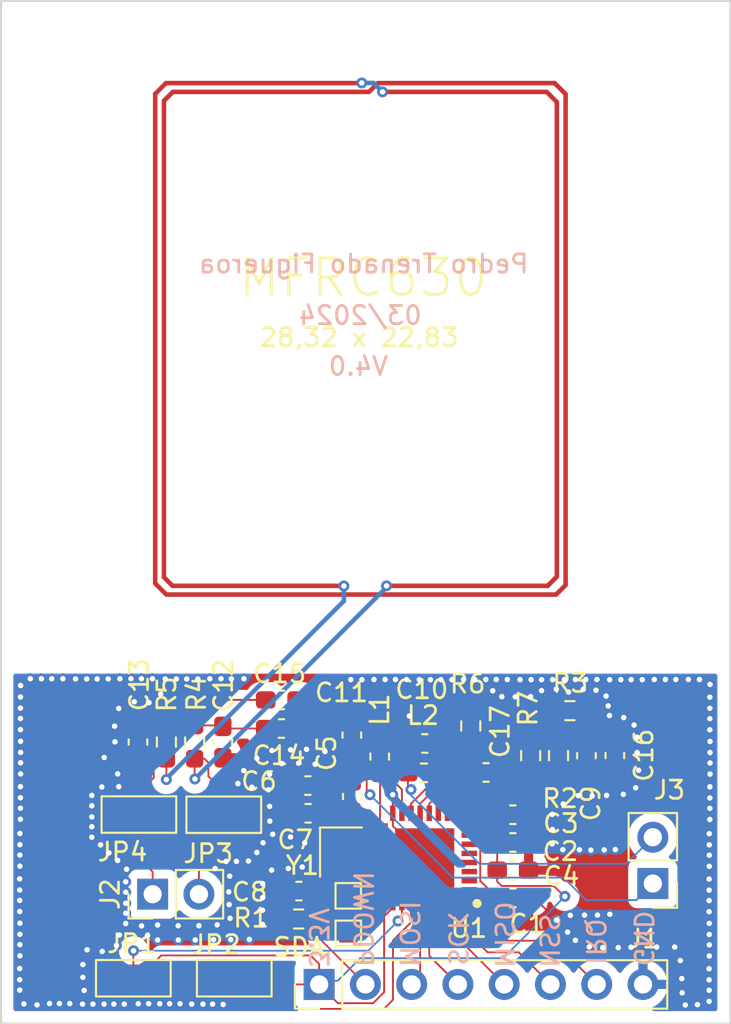
<source format=kicad_pcb>
(kicad_pcb (version 20221018) (generator pcbnew)
  (title_block (title "NFC Programmer") (rev "3.0") (company "Tychetools"))
  (layers (0 "F.Cu" signal) (31 "B.Cu" signal) (34 "B.Paste" user) (35 "F.Paste" user) (36 "B.SilkS" user "B.Silkscreen") (37 "F.SilkS" user "F.Silkscreen") (38 "B.Mask" user) (39 "F.Mask" user) (44 "Edge.Cuts" user))
  (net 0 "")
  (net 1 "Net-(U1-DVDD)")
  (net 2 "GND")
  (net 3 "Net-(U1-AVDD)")
  (net 4 "Net-(U1-TVDD)")
  (net 5 "Net-(U1-XTAL2)")
  (net 6 "/RXP")
  (net 7 "Net-(C9-Pad2)")
  (net 8 "Net-(C10-Pad2)")
  (net 9 "Net-(C11-Pad1)")
  (net 10 "Net-(C12-Pad1)")
  (net 11 "Net-(C13-Pad2)")
  (net 12 "/VMID")
  (net 13 "/RXN")
  (net 14 "Net-(C17-Pad2)")
  (net 15 "/TX1")
  (net 16 "/TX2")
  (net 17 "Net-(JP3-A)")
  (net 21 "/SDA")
  (net 22 "/MISO")
  (net 23 "/IRQ")
  (net 24 "/NSS")
  (net 31 "/PDOWN")
  (net 32 "+3V3")
  (net 33 "/SCK")
  (net 34 "/MOSI")
  (net 35 "Net-(U1-XTAL1)")
  (net 36 "/IFSEL0")
  (net 37 "/IFSEL1")
  (net 38 "Net-(J2-Pin_2)")
  (net 39 "Net-(JP4-A)")
  (net 40 "Net-(JP4-C)")
  (net 41 "Net-(J2-Pin_1)")
  (net 42 "/SCL")
  (footprint "Resistor_SMD:R_0603_1608Metric_Pad0.98x0.95mm_HandSolder" (layer "F.Cu") (at 150.81375 95.4575 -90)
    (fp_text reference "R2")
    (fp_text value "TBD" hide)
  )
  (footprint "Capacitor_SMD:C_0603_1608Metric_Pad1.08x0.95mm_HandSolder" (layer "F.Cu") (at 146.83425 96.38 180)
    (fp_text reference "C17")
    (fp_text value "TBD" hide)
  )
  (footprint "Resistor_SMD:R_0603_1608Metric_Pad0.98x0.95mm_HandSolder" (layer "F.Cu") (at 145.99425 93.83 90)
    (fp_text reference "R6")
    (fp_text value "TBD" hide)
  )
  (footprint "Jumper:SolderJumper-3_P1.3mm_Bridged12_Pad1.0x1.5mm_NumberLabels" (layer "F.Cu") (at 132.435 98.7)
    (fp_text reference "JP3")
    (fp_text value "SolderJumper_3_Bridged12" hide)
  )
  (footprint "MountingHole:MountingHole_3mm" (layer "F.Cu") (at 124.08 58.64)
    (fp_text reference "H3" hide)
    (fp_text value "MountingHole_Pad" hide)
  )
  (footprint "TestPoint:TestPoint_Pad_1.0x1.0mm" (layer "F.Cu") (at 139.27 103.15)
    (fp_text reference "TP2" hide)
    (fp_text value "TestPoint" hide)
  )
  (footprint "MountingHole:MountingHole_3mm" (layer "F.Cu") (at 156.12 58.64)
    (fp_text reference "H4" hide)
    (fp_text value "MountingHole_Pad" hide)
  )
  (footprint "Connector_PinHeader_2.54mm:PinHeader_1x02_P2.54mm_Vertical" (layer "F.Cu") (at 155.99 102.475 180)
    (fp_text reference "J3")
    (fp_text value "Conn_01x02_Pin" hide)
  )
  (footprint "Capacitor_SMD:C_0603_1608Metric_Pad1.08x0.95mm_HandSolder" (layer "F.Cu") (at 137.05 97.1 180)
    (fp_text reference "C6")
    (fp_text value "1u" hide)
  )
  (footprint "Connector_PinHeader_2.54mm:PinHeader_1x02_P2.54mm_Vertical" (layer "F.Cu") (at 128.53 103.06 90)
    (fp_text reference "J2")
    (fp_text value "Conn_01x02_Pin" hide)
  )
  (footprint "Inductor_SMD:L_0603_1608Metric_Pad1.05x0.95mm_HandSolder" (layer "F.Cu") (at 140.99425 95.51 90)
    (fp_text reference "L1")
    (fp_text value "TBD" hide)
  )
  (footprint "Capacitor_SMD:C_0603_1608Metric_Pad1.08x0.95mm_HandSolder" (layer "F.Cu") (at 135.6 93.97 180)
    (fp_text reference "C14")
    (fp_text value "C" hide)
  )
  (footprint "MountingHole:MountingHole_3mm" (layer "F.Cu") (at 124.06 88.02)
    (fp_text reference "H1" hide)
    (fp_text value "MountingHole_Pad" hide)
  )
  (footprint "Crystal:Crystal_SMD_2016-4Pin_2.0x1.6mm" (layer "F.Cu") (at 138.87 100.75 -90)
    (fp_text reference "Y1")
    (fp_text value "Crystal_27.12MHz" hide)
  )
  (footprint "Capacitor_SMD:C_0603_1608Metric_Pad1.08x0.95mm_HandSolder" (layer "F.Cu") (at 139.49 97.7 90)
    (fp_text reference "C5")
    (fp_text value "100n" hide)
  )
  (footprint "Capacitor_SMD:C_0603_1608Metric_Pad1.08x0.95mm_HandSolder" (layer "F.Cu") (at 139.46425 94.33 -90)
    (fp_text reference "C11")
    (fp_text value "TBD" hide)
  )
  (footprint "Library3:MFRC630_MOUSER" (layer "F.Cu") (at 143.46425 101.07 180)
    (fp_text reference "U1")
    (fp_text value "MFRC63002HN,151" hide)
  )
  (footprint "Connector_PinHeader_2.54mm:PinHeader_1x08_P2.54mm_Vertical" (layer "F.Cu") (at 137.67 108.01 90)
    (fp_text reference "J1")
    (fp_text value "Conn_01x08" hide)
  )
  (footprint "Resistor_SMD:R_0603_1608Metric_Pad0.98x0.95mm_HandSolder" (layer "F.Cu") (at 130.835 94.7125 -90)
    (fp_text reference "R4")
    (fp_text value "TBD" hide)
  )
  (footprint "Capacitor_SMD:C_0603_1608Metric_Pad1.08x0.95mm_HandSolder" (layer "F.Cu") (at 152.34425 95.4575 90)
    (fp_text reference "C9")
    (fp_text value "TBD" hide)
  )
  (footprint "Capacitor_SMD:C_0603_1608Metric_Pad1.08x0.95mm_HandSolder" (layer "F.Cu") (at 135.6 92.4 180)
    (fp_text reference "C15")
    (fp_text value "TBD" hide)
  )
  (footprint "Capacitor_SMD:C_0603_1608Metric_Pad1.08x0.95mm_HandSolder" (layer "F.Cu") (at 148.3075 98.7)
    (fp_text reference "C3")
    (fp_text value "470n" hide)
  )
  (footprint "Capacitor_SMD:C_0603_1608Metric_Pad1.08x0.95mm_HandSolder" (layer "F.Cu") (at 148.3075 100.22)
    (fp_text reference "C2")
    (fp_text value "100n" hide)
  )
  (footprint "Resistor_SMD:R_0603_1608Metric_Pad0.98x0.95mm_HandSolder" (layer "F.Cu") (at 149.28325 95.4575 90)
    (fp_text reference "R7")
    (fp_text value "TBD" hide)
  )
  (footprint "Capacitor_SMD:C_0603_1608Metric_Pad1.08x0.95mm_HandSolder" (layer "F.Cu") (at 153.90425 95.45 -90)
    (fp_text reference "C16")
    (fp_text value "TBD" hide)
  )
  (footprint "Capacitor_SMD:C_0603_1608Metric_Pad1.08x0.95mm_HandSolder" (layer "F.Cu") (at 148.3075 101.74)
    (fp_text reference "C4")
    (fp_text value "100n" hide)
  )
  (footprint "Resistor_SMD:R_0603_1608Metric_Pad0.98x0.95mm_HandSolder" (layer "F.Cu") (at 129.285 94.7125 -90)
    (fp_text reference "R5")
    (fp_text value "TBD" hide)
  )
  (footprint "Resistor_SMD:R_0603_1608Metric_Pad0.98x0.95mm_HandSolder" (layer "F.Cu") (at 151.435 92.99)
    (fp_text reference "R3")
    (fp_text value "TBD" hide)
  )
  (footprint "Capacitor_SMD:C_0603_1608Metric_Pad1.08x0.95mm_HandSolder" (layer "F.Cu") (at 132.385 94.7125 -90)
    (fp_text reference "C12")
    (fp_text value "TBD" hide)
  )
  (footprint "Capacitor_SMD:C_0603_1608Metric_Pad1.08x0.95mm_HandSolder" (layer "F.Cu") (at 127.725 94.7125 90)
    (fp_text reference "C13")
    (fp_text value "TBD" hide)
  )
  (footprint "Capacitor_SMD:C_0603_1608Metric_Pad1.08x0.95mm_HandSolder" (layer "F.Cu") (at 136.5575 102.89 180)
    (fp_text reference "C8")
    (fp_text value "10p" hide)
  )
  (footprint "Inductor_SMD:L_0603_1608Metric_Pad1.05x0.95mm_HandSolder" (layer "F.Cu") (at 143.41925 96.4)
    (fp_text reference "L2")
    (fp_text value "TBD" hide)
  )
  (footprint "Resistor_SMD:R_0603_1608Metric_Pad0.98x0.95mm_HandSolder" (layer "F.Cu") (at 136.54575 104.42 180)
    (fp_text reference "R1")
    (fp_text value "10k" hide)
  )
  (footprint "Jumper:SolderJumper-3_P1.3mm_Bridged12_Pad1.0x1.5mm_NumberLabels" (layer "F.Cu") (at 127.775 98.69 180)
    (fp_text reference "JP4")
    (fp_text value "SolderJumper_3_Bridged12" hide)
  )
  (footprint "Jumper:SolderJumper-3_P1.3mm_Bridged12_Pad1.0x1.5mm_NumberLabels" (layer "F.Cu") (at 133.01 107.67 180)
    (fp_text reference "JP2")
    (fp_text value "SolderJumper_3_Bridged12" hide)
  )
  (footprint "TestPoint:TestPoint_Pad_1.0x1.0mm" (layer "F.Cu") (at 139.27 105.21 180)
    (fp_text reference "TP1" hide)
    (fp_text value "TestPoint" hide)
  )
  (footprint "Jumper:SolderJumper-3_P1.3mm_Bridged12_Pad1.0x1.5mm_NumberLabels" (layer "F.Cu") (at 127.47 107.67)
    (fp_text reference "JP1")
    (fp_text value "SolderJumper_3_Bridged12" hide)
  )
  (footprint "Capacitor_SMD:C_0603_1608Metric_Pad1.08x0.95mm_HandSolder" (layer "F.Cu") (at 143.47175 94.79)
    (fp_text reference "C10")
    (fp_text value "TBD" hide)
  )
  (footprint "Capacitor_SMD:C_0603_1608Metric_Pad1.08x0.95mm_HandSolder" (layer "F.Cu") (at 137.06425 98.62 180)
    (fp_text reference "C7")
    (fp_text value "10p" hide)
  )
  (footprint "MountingHole:MountingHole_3mm" (layer "F.Cu") (at 156.11 88.02)
    (fp_text reference "H2" hide)
    (fp_text value "MountingHole_Pad" hide)
  )
  (footprint "Capacitor_SMD:C_0603_1608Metric_Pad1.08x0.95mm_HandSolder" (layer "F.Cu") (at 148.3075 103.26)
    (fp_text reference "C1")
    (fp_text value "470n" hide)
  )
  (gr_poly (pts (xy 120.21 110.15) (xy 158.68 110.15) (xy 160.24 110.15) (xy 160.24 54.05) (xy 120.21 54.05) (xy 120.21 110.15)) (stroke (width 0.1)) (fill none) (layer "Edge.Cuts"))
  (gr_text "PDOWN" (at 139.48 107.15 270) (layer "B.SilkS") (effects (font (size 1 1) (thickness 0.153)) (justify left bottom mirror)))
  (gr_text "Pedro Trenado Figueroa\n" (at 149.26 69.06) (layer "B.SilkS") (effects (font (size 1 1) (thickness 0.153)) (justify left bottom mirror)))
  (gr_text "V4.0\n" (at 141.54 74.68) (layer "B.SilkS") (effects (font (size 1 1) (thickness 0.153)) (justify left bottom mirror)))
  (gr_text "3.3V\n" (at 137.04 107.16 -90) (layer "B.SilkS") (effects (font (size 1 1) (thickness 0.153)) (justify left bottom mirror)))
  (gr_text "NSS" (at 149.7 107.19 270) (layer "B.SilkS") (effects (font (size 1 1) (thickness 0.153)) (justify left bottom mirror)))
  (gr_text "MOSI" (at 142.03 107.15 270) (layer "B.SilkS") (effects (font (size 1 1) (thickness 0.153)) (justify left bottom mirror)))
  (gr_text "GND\n" (at 154.88 107.11 270) (layer "B.SilkS") (effects (font (size 1 1) (thickness 0.153)) (justify left bottom mirror)))
  (gr_text "MISO" (at 147.24 107.19 270) (layer "B.SilkS") (effects (font (size 1 1) (thickness 0.153)) (justify left bottom mirror)))
  (gr_text "SCK" (at 144.69 107.07 270) (layer "B.SilkS") (effects (font (size 1 1) (thickness 0.153)) (justify left bottom mirror)))
  (gr_text "03/2024\n" (at 143.4 71.89) (layer "B.SilkS") (effects (font (size 1 1) (thickness 0.153)) (justify left bottom mirror)))
  (gr_text "IRQ" (at 152.25 107.03 270) (layer "B.SilkS") (effects (font (size 1 1) (thickness 0.153)) (justify left bottom mirror)))
  (gr_text "28,32 x 22,83" (at 134.31 73.1) (layer "F.SilkS") (effects (font (size 1 1) (thickness 0.153)) (justify left bottom)))
  (gr_text "MFRC630" (at 133.14 70.4) (layer "F.SilkS") (effects (font (size 2 2) (thickness 0.153)) (justify left bottom)))
  (gr_text "SDA" (at 135.06 106.55) (layer "F.SilkS") (effects (font (size 1 1) (thickness 0.153)) (justify left bottom)))
  (segment (start 146.51625 99.897) (end 146.43925 99.82) (width 0.1) (layer "F.Cu") (net 1))
  (segment (start 147.445 103.26) (end 146.51625 102.33125) (width 0.1) (layer "F.Cu") (net 1))
  (segment (start 146.43925 99.82) (end 145.91425 99.82) (width 0.1) (layer "F.Cu") (net 1))
  (segment (start 146.51625 102.33125) (end 146.51625 99.897) (width 0.1) (layer "F.Cu") (net 1))
  (segment (start 141.71425 99.32) (end 141.71425 98.62) (width 0.1) (layer "F.Cu") (net 2))
  (segment (start 134.225 95.575) (end 134.251582 95.601582) (width 0.1) (layer "F.Cu") (net 2))
  (segment (start 143.46425 101.07) (end 141.71425 99.32) (width 0.1) (layer "F.Cu") (net 2))
  (segment (start 142.60925 94.79) (end 142.60925 93.29075) (width 0.1) (layer "F.Cu") (net 2))
  (segment (start 138.32 101.45) (end 136.86 101.45) (width 0.1) (layer "F.Cu") (net 2))
  (segment (start 138.0275 95.1925) (end 137.99 95.23) (width 0.1) (layer "F.Cu") (net 2))
  (segment (start 125.885 95.575) (end 125.87 95.56) (width 0.1) (layer "F.Cu") (net 2))
  (segment (start 139.46425 95.1925) (end 138.0275 95.1925) (width 0.1) (layer "F.Cu") (net 2))
  (segment (start 141.71425 97.60425) (end 141.71 97.6) (width 0.1) (layer "F.Cu") (net 2))
  (segment (start 139.42 100.6) (end 139.197 100.823) (width 0.1) (layer "F.Cu") (net 2))
  (segment (start 139.42 100.05) (end 139.42 100.6) (width 0.1) (layer "F.Cu") (net 2))
  (segment (start 142.60925 93.29075) (end 142.62 93.28) (width 0.1) (layer "F.Cu") (net 2))
  (segment (start 149.48 103.26) (end 150.7 104.48) (width 0.1) (layer "F.Cu") (net 2))
  (segment (start 149.17 103.26) (end 149.48 103.26) (width 0.1) (layer "F.Cu") (net 2))
  (segment (start 132.385 95.575) (end 134.225 95.575) (width 0.1) (layer "F.Cu") (net 2))
  (segment (start 127.725 95.575) (end 125.885 95.575) (width 0.1) (layer "F.Cu") (net 2))
  (segment (start 141.71425 98.62) (end 141.71425 97.60425) (width 0.1) (layer "F.Cu") (net 2))
  (segment (start 138.32 100.95) (end 138.32 101.45) (width 0.1) (layer "F.Cu") (net 2))
  (segment (start 138.447 100.823) (end 138.32 100.95) (width 0.1) (layer "F.Cu") (net 2))
  (segment (start 136.86 101.45) (end 136.74 101.57) (width 0.1) (layer "F.Cu") (net 2))
  (segment (start 139.197 100.823) (end 138.447 100.823) (width 0.1) (layer "F.Cu") (net 2))
  (via micro (at 159.13 95.86) (size 0.6) (drill 0.3) (layers "F.Cu" "B.Cu") (net 2))
  (via micro (at 128.8 104.75) (size 0.6) (drill 0.3) (layers "F.Cu" "B.Cu") (net 2))
  (via micro (at 157.94 91.28) (size 0.6) (drill 0.3) (layers "F.Cu" "B.Cu") (net 2))
  (via micro (at 131.87 105.55) (size 0.6) (drill 0.3) (layers "F.Cu" "B.Cu") (net 2))
  (via micro (at 124.3 91.25) (size 0.6) (drill 0.3) (layers "F.Cu" "B.Cu") (net 2))
  (via micro (at 125.19 98.82) (size 0.6) (drill 0.3) (layers "F.Cu" "B.Cu") (net 2))
  (via micro (at 127.34 91.24) (size 0.6) (drill 0.3) (layers "F.Cu" "B.Cu") (net 2))
  (via micro (at 157.25 91.28) (size 0.6) (drill 0.3) (layers "F.Cu" "B.Cu") (net 2))
  (via micro (at 153.32 100.63) (size 0.6) (drill 0.3) (layers "F.Cu" "B.Cu") (net 2))
  (via micro (at 129.94 105.57) (size 0.6) (drill 0.3) (layers "F.Cu" "B.Cu") (net 2))
  (via micro (at 135.12 99.77) (size 0.6) (drill 0.3) (layers "F.Cu" "B.Cu") (net 2))
  (via micro (at 121.27 98.95) (size 0.6) (drill 0.3) (layers "F.Cu" "B.Cu") (net 2))
  (via micro (at 122.87 109.06) (size 0.6) (drill 0.3) (layers "F.Cu" "B.Cu") (net 2))
  (via (at 134.251582 95.601582) (size 0.6) (drill 0.3) (layers "F.Cu" "B.Cu") (net 2))
  (via micro (at 126.46 94.7) (size 0.6) (drill 0.3) (layers "F.Cu" "B.Cu") (net 2))
  (via micro (at 144.35 91.29) (size 0.6) (drill 0.3) (layers "F.Cu" "B.Cu") (net 2))
  (via micro (at 159.08 104.02) (size 0.6) (drill 0.3) (layers "F.Cu" "B.Cu") (net 2))
  (via micro (at 155.13 94.45) (size 0.6) (drill 0.3) (layers "F.Cu" "B.Cu") (net 2))
  (via micro (at 129.22 91.25) (size 0.6) (drill 0.3) (layers "F.Cu" "B.Cu") (net 2))
  (via micro (at 125.19 98.21) (size 0.6) (drill 0.3) (layers "F.Cu" "B.Cu") (net 2))
  (via micro (at 130.03 109.07) (size 0.6) (drill 0.3) (layers "F.Cu" "B.Cu") (net 2))
  (via micro (at 134.59 100.24) (size 0.6) (drill 0.3) (layers "F.Cu" "B.Cu") (net 2))
  (via micro (at 148.44 92.23) (size 0.6) (drill 0.3) (layers "F.Cu" "B.Cu") (net 2))
  (via micro (at 150.48 99.51) (size 0.6) (drill 0.3) (layers "F.Cu" "B.Cu") (net 2))
  (via micro (at 154.37 97.58) (size 0.6) (drill 0.3) (layers "F.Cu" "B.Cu") (net 2))
  (via micro (at 123.6 91.24) (size 0.6) (drill 0.3) (layers "F.Cu" "B.Cu") (net 2))
  (via micro (at 133.98 97.19) (size 0.6) (drill 0.3) (layers "F.Cu" "B.Cu") (net 2))
  (via micro (at 159.13 96.47) (size 0.6) (drill 0.3) (layers "F.Cu" "B.Cu") (net 2))
  (via micro (at 121.27 92.24) (size 0.6) (drill 0.3) (layers "F.Cu" "B.Cu") (net 2))
  (via micro (at 152.66 97.67) (size 0.6) (drill 0.3) (layers "F.Cu" "B.Cu") (net 2))
  (via micro (at 134.57 102.48) (size 0.6) (drill 0.3) (layers "F.Cu" "B.Cu") (net 2))
  (via micro (at 154.96 93.78) (size 0.6) (drill 0.3) (layers "F.Cu" "B.Cu") (net 2))
  (via micro (at 125.86 109.09) (size 0.6) (drill 0.3) (layers "F.Cu" "B.Cu") (net 2))
  (via micro (at 121.28 91.61) (size 0.6) (drill 0.3) (layers "F.Cu" "B.Cu") (net 2))
  (via micro (at 141.86 91.28) (size 0.6) (drill 0.3) (layers "F.Cu" "B.Cu") (net 2))
  (via micro (at 148.7 91.29) (size 0.6) (drill 0.3) (layers "F.Cu" "B.Cu") (net 2))
  (via micro (at 158.55 91.28) (size 0.6) (drill 0.3) (layers "F.Cu" "B.Cu") (net 2))
  (via micro (at 125.74 97.18) (size 0.6) (drill 0.3) (layers "F.Cu" "B.Cu") (net 2))
  (via micro (at 121.24 106.44) (size 0.6) (drill 0.3) (layers "F.Cu" "B.Cu") (net 2))
  (via micro (at 132.56 101.26) (size 0.6) (drill 0.3) (layers "F.Cu" "B.Cu") (net 2))
  (via micro (at 137.45 95.93) (size 0.6) (drill 0.3) (layers "F.Cu" "B.Cu") (net 2))
  (via micro (at 159.12 92.86) (size 0.6) (drill 0.3) (layers "F.Cu" "B.Cu") (net 2))
  (via micro (at 127.92 104.8) (size 0.6) (drill 0.3) (layers "F.Cu" "B.Cu") (net 2))
  (via micro (at 143.78 91.29) (size 0.6) (drill 0.3) (layers "F.Cu" "B.Cu") (net 2))
  (via micro (at 124.77 108.34) (size 0.6) (drill 0.3) (layers "F.Cu" "B.Cu") (net 2))
  (via micro (at 148 91.28) (size 0.6) (drill 0.3) (layers "F.Cu" "B.Cu") (net 2))
  (via micro (at 121.27 92.85) (size 0.6) (drill 0.3) (layers "F.Cu" "B.Cu") (net 2))
  (via micro (at 152.92 91.28) (size 0.6) (drill 0.3) (layers "F.Cu" "B.Cu") (net 2))
  (via micro (at 147.701096 92.221952) (size 0.6) (drill 0.3) (layers "F.Cu" "B.Cu") (net 2))
  (via micro (at 149.28 92.22) (size 0.6) (drill 0.3) (layers "F.Cu" "B.Cu") (net 2))
  (via micro (at 159.09 99.74) (size 0.6) (drill 0.3) (layers "F.Cu" "B.Cu") (net 2))
  (via micro (at 139.41 91.29) (size 0.6) (drill 0.3) (layers "F.Cu" "B.Cu") (net 2))
  (via micro (at 159.09 101.53) (size 0.6) (drill 0.3) (layers "F.Cu" "B.Cu") (net 2))
  (via micro (at 132.82 105.55) (size 0.6) (drill 0.3) (layers "F.Cu" "B.Cu") (net 2))
  (via micro (at 131.29 109.09) (size 0.6) (drill 0.3) (layers "F.Cu" "B.Cu") (net 2))
  (via micro (at 133.79 101.24) (size 0.6) (drill 0.3) (layers "F.Cu" "B.Cu") (net 2))
  (via micro (at 157.5 106.7) (size 0.6) (drill 0.3) (layers "F.Cu" "B.Cu") (net 2))
  (via micro (at 151.89 97.65) (size 0.6) (drill 0.3) (layers "F.Cu" "B.Cu") (net 2))
  (via micro (at 159.13 95.29) (size 0.6) (drill 0.3) (layers "F.Cu" "B.Cu") (net 2))
  (via micro (at 130.87 105.57) (size 0.6) (drill 0.3) (layers "F.Cu" "B.Cu") (net 2))
  (via micro (at 132.71 102.93) (size 0.6) (drill 0.3) (layers "F.Cu" "B.Cu") (net 2))
  (via micro (at 134.57 103.25) (size 0.6) (drill 0.3) (layers "F.Cu" "B.Cu") (net 2))
  (via micro (at 125.25 109.09) (size 0.6) (drill 0.3) (layers "F.Cu" "B.Cu") (net 2))
  (via micro (at 127.52 92.5) (size 0.6) (drill 0.3) (layers "F.Cu" "B.Cu") (net 2))
  (via micro (at 127.74 109.07) (size 0.6) (drill 0.3) (layers "F.Cu" "B.Cu") (net 2))
  (via micro (at 157.6 108.47) (size 0.6) (drill 0.3) (layers "F.Cu" "B.Cu") (net 2))
  (via micro (at 159.12 98.96) (size 0.6) (drill 0.3) (layers "F.Cu" "B.Cu") (net 2))
  (via micro (at 153.93 100.61) (size 0.6) (drill 0.3) (layers "F.Cu" "B.Cu") (net 2))
  (via micro (at 126.61 96.46) (size 0.6) (drill 0.3) (layers "F.Cu" "B.Cu") (net 2))
  (via micro (at 132.78 104.38) (size 0.6) (drill 0.3) (layers "F.Cu" "B.Cu") (net 2))
  (via micro (at 158.44 109.12) (size 0.6) (drill 0.3) (layers "F.Cu" "B.Cu") (net 2))
  (via micro (at 121.24 104.65) (size 0.6) (drill 0.3) (layers "F.Cu" "B.Cu") (net 2))
  (via micro (at 152.31 91.28) (size 0.6) (drill 0.3) (layers "F.Cu" "B.Cu") (net 2))
  (via micro (at 126.67 92.87) (size 0.6) (drill 0.3) (layers "F.Cu" "B.Cu") (net 2))
  (via micro (at 134.56 104.72) (size 0.6) (drill 0.3) (layers "F.Cu" "B.Cu") (net 2))
  (via micro (at 134.56 103.94) (size 0.6) (drill 0.3) (layers "F.Cu" "B.Cu") (net 2))
  (via micro (at 126.44 93.84) (size 0.6) (drill 0.3) (layers "F.Cu" "B.Cu") (net 2))
  (via micro (at 140.68 91.28) (size 0.6) (drill 0.3) (layers "F.Cu" "B.Cu") (net 2))
  (via micro (at 156.07 91.28) (size 0.6) (drill 0.3) (layers "F.Cu" "B.Cu") (net 2))
  (via micro (at 150.46 100.3) (size 0.6) (drill 0.3) (layers "F.Cu" "B.Cu") (net 2))
  (via micro (at 140.02 91.29) (size 0.6) (drill 0.3) (layers "F.Cu" "B.Cu") (net 2))
  (via micro (at 153.45 97.64) (size 0.6) (drill 0.3) (layers "F.Cu" "B.Cu") (net 2))
  (via micro (at 134.95 98.24) (size 0.6) (drill 0.3) (layers "F.Cu" "B.Cu") (net 2))
  (via micro (at 151.364342 91.97) (size 0.6) (drill 0.3) (layers "F.Cu" "B.Cu") (net 2))
  (via micro (at 135.077887 95.174346) (size 0.6) (drill 0.3) (layers "F.Cu" "B.Cu") (net 2))
  (via micro (at 155.41 91.29) (size 0.6) (drill 0.3) (layers "F.Cu" "B.Cu") (net 2))
  (via micro (at 159.08 107.15) (size 0.6) (drill 0.3) (layers "F.Cu" "B.Cu") (net 2))
  (via micro (at 123.41 109.06) (size 0.6) (drill 0.3) (layers "F.Cu" "B.Cu") (net 2))
  (via micro (at 159.09 105.27) (size 0.6) (drill 0.3) (layers "F.Cu" "B.Cu") (net 2))
  (via micro (at 136.98 95.11) (size 0.6) (drill 0.3) (layers "F.Cu" "B.Cu") (net 2))
  (via micro (at 128.33 92.55) (size 0.6) (drill 0.3) (layers "F.Cu" "B.Cu") (net 2))
  (via micro (at 150.47 98.68) (size 0.6) (drill 0.3) (layers "F.Cu" "B.Cu") (net 2))
  (via micro (at 121.27 94.03) (size 0.6) (drill 0.3) (layers "F.Cu" "B.Cu") (net 2))
  (via micro (at 121.81 91.24) (size 0.6) (drill 0.3) (layers "F.Cu" "B.Cu") (net 2))
  (via (at 142.62 93.28) (size 0.6) (drill 0.3) (layers "F.Cu" "B.Cu") (net 2))
  (via micro (at 131.01 91.25) (size 0.6) (drill 0.3) (layers "F.Cu" "B.Cu") (net 2))
  (via micro (at 121.46 109.08) (size 0.6) (drill 0.3) (layers "F.Cu" "B.Cu") (net 2))
  (via micro (at 149.88 91.29) (size 0.6) (drill 0.3) (layers "F.Cu" "B.Cu") (net 2))
  (via (at 136.74 101.57) (size 0.6) (drill 0.3) (layers "F.Cu" "B.Cu") (net 2))
  (via micro (at 125.48 91.25) (size 0.6) (drill 0.3) (layers "F.Cu" "B.Cu") (net 2))
  (via micro (at 128.31 109.07) (size 0.6) (drill 0.3) (layers "F.Cu" "B.Cu") (net 2))
  (via micro (at 127.05 102.38) (size 0.6) (drill 0.3) (layers "F.Cu" "B.Cu") (net 2))
  (via micro (at 127.91 91.24) (size 0.6) (drill 0.3) (layers "F.Cu" "B.Cu") (net 2))
  (via micro (at 157.19 105.96) (size 0.6) (drill 0.3) (layers "F.Cu" "B.Cu") (net 2))
  (via micro (at 131.82 109.09) (size 0.6) (drill 0.3) (layers "F.Cu" "B.Cu") (net 2))
  (via micro (at 151.46 104.22) (size 0.6) (drill 0.3) (layers "F.Cu" "B.Cu") (net 2))
  (via micro (at 124.7 107.62) (size 0.6) (drill 0.3) (layers "F.Cu" "B.Cu") (net 2))
  (via micro (at 151.05 100.62) (size 0.6) (drill 0.3) (layers "F.Cu" "B.Cu") (net 2))
  (via micro (at 134.95 96.48) (size 0.6) (drill 0.3) (layers "F.Cu" "B.Cu") (net 2))
  (via micro (at 136.54 95.87) (size 0.6) (drill 0.3) (layers "F.Cu" "B.Cu") (net 2))
  (via micro (at 153.54 92.73) (size 0.6) (drill 0.3) (layers "F.Cu" "B.Cu") (net 2))
  (via micro (at 131.96 101.65) (size 0.6) (drill 0.3) (layers "F.Cu" "B.Cu") (net 2))
  (via micro (at 151.96 100.62) (size 0.6) (drill 0.3) (layers "F.Cu" "B.Cu") (net 2))
  (via micro (at 121.24 105.83) (size 0.6) (drill 0.3) (layers "F.Cu" "B.Cu") (net 2))
  (via micro (at 155.13 95.29) (size 0.6) (drill 0.3) (layers "F.Cu" "B.Cu") (net 2))
  (via micro (at 126.4 109.09) (size 0.6) (drill 0.3) (layers "F.Cu" "B.Cu") (net 2))
  (via micro (at 131.07 104.79) (size 0.6) (drill 0.3) (layers "F.Cu" "B.Cu") (net 2))
  (via micro (at 125.76 106.2) (size 0.6) (drill 0.3) (layers "F.Cu" "B.Cu") (net 2))
  (via micro (at 159.08 107.76) (size 0.6) (drill 0.3) (layers "F.Cu" "B.Cu") (net 2))
  (via micro (at 124.7 106.92) (size 0.6) (drill 0.3) (layers "F.Cu" "B.Cu") (net 2))
  (via micro (at 153.63 104.16) (size 0.6) (drill 0.3) (layers "F.Cu" "B.Cu") (net 2))
  (via micro (at 127.05 104.1) (size 0.6) (drill 0.3) (layers "F.Cu" "B.Cu") (net 2))
  (via micro (at 124.93 106.11) (size 0.6) (drill 0.3) (layers "F.Cu" "B.Cu") (net 2))
  (via micro (at 133.54 91.24) (size 0.6) (drill 0.3) (layers "F.Cu" "B.Cu") (net 2))
  (via micro (at 159.09 104.66) (size 0.6) (drill 0.3) (layers "F.Cu" "B.Cu") (net 2))
  (via micro (at 128.8 105.57) (size 0.6) (drill 0.3) (layers "F.Cu" "B.Cu") (net 2))
  (via micro (at 154.79 105.97) (size 0.6) (drill 0.3) (layers "F.Cu" "B.Cu") (net 2))
  (via micro (at 121.23 107.14) (size 0.6) (drill 0.3) (layers "F.Cu" "B.Cu") (net 2))
  (via micro (at 132.07 104.74) (size 0.6) (drill 0.3) (layers "F.Cu" "B.Cu") (net 2))
  (via micro (at 121.23 108.32) (size 0.6) (drill 0.3) (layers "F.Cu" "B.Cu") (net 2))
  (via micro (at 135.62 95.89) (size 0.6) (drill 0.3) (layers "F.Cu" "B.Cu") (net 2))
  (via micro (at 132.85 91.24) (size 0.6) (drill 0.3) (layers "F.Cu" "B.Cu") (net 2))
  (via micro (at 159.13 94.68) (size 0.6) (drill 0.3) (layers "F.Cu" "B.Cu") (net 2))
  (via micro (at 152.950146 104.207191) (size 0.6) (drill 0.3) (layers "F.Cu" "B.Cu") (net 2))
  (via micro (at 127.05 102.95) (size 0.6) (drill 0.3) (layers "F.Cu" "B.Cu") (net 2))
  (via micro (at 121.24 100.34) (size 0.6) (drill 0.3) (layers "F.Cu" "B.Cu") (net 2))
  (via micro (at 121.23 102.22) (size 0.6) (drill 0.3) (layers "F.Cu" "B.Cu") (net 2))
  (via micro (at 152.5 105.95) (size 0.6) (drill 0.3) (layers "F.Cu" "B.Cu") (net 2))
  (via micro (at 121.27 93.42) (size 0.6) (drill 0.3) (layers "F.Cu" "B.Cu") (net 2))
  (via micro (at 126.97 109.09) (size 0.6) (drill 0.3) (layers "F.Cu" "B.Cu") (net 2))
  (via micro (at 151.74 91.28) (size 0.6) (drill 0.3) (layers "F.Cu" "B.Cu") (net 2))
  (via micro (at 154.09 105.99) (size 0.6) (drill 0.3) (layers "F.Cu" "B.Cu") (net 2))
  (via micro (at 125.19 99.36) (size 0.6) (drill 0.3) (layers "F.Cu" "B.Cu") (net 2))
  (via micro (at 121.24 101.52) (size 0.6) (drill 0.3) (layers "F.Cu" "B.Cu") (net 2))
  (via micro (at 159.12 93.43) (size 0.6) (drill 0.3) (layers "F.Cu" "B.Cu") (net 2))
  (via micro (at 159.09 100.92) (size 0.6) (drill 0.3) (layers "F.Cu" "B.Cu") (net 2))
  (via micro (at 126.67 97.16) (size 0.6) (drill 0.3) (layers "F.Cu" "B.Cu") (net 2))
  (via micro (at 128.97 92.08) (size 0.6) (drill 0.3) (layers "F.Cu" "B.Cu") (net 2))
  (via (at 150.7 104.48) (size 0.6) (drill 0.3) (layers "F.Cu" "B.Cu") (net 2))
  (via micro (at 159.08 108.33) (size 0.6) (drill 0.3) (layers "F.Cu" "B.Cu") (net 2))
  (via micro (at 129.46 109.07) (size 0.6) (drill 0.3) (layers "F.Cu" "B.Cu") (net 2))
  (via micro (at 122.42 91.24) (size 0.6) (drill 0.3) (layers "F.Cu" "B.Cu") (net 2))
  (via micro (at 159.12 97.78) (size 0.6) (drill 0.3) (layers "F.Cu" "B.Cu") (net 2))
  (via micro (at 126.54 105.87) (size 0.6) (drill 0.3) (layers "F.Cu" "B.Cu") (net 2))
  (via micro (at 132.76 102.07) (size 0.6) (drill 0.3) (layers "F.Cu" "B.Cu") (net 2))
  (via micro (at 156.2 105.96) (size 0.6) (drill 0.3) (layers "F.Cu" "B.Cu") (net 2))
  (via micro (at 121.27 98.34) (size 0.6) (drill 0.3) (layers "F.Cu" "B.Cu") (net 2))
  (via micro (at 133.53 96.28) (size 0.6) (drill 0.3) (layers "F.Cu" "B.Cu") (net 2))
  (via micro (at 159.09 106.45) (size 0.6) (drill 0.3) (layers "F.Cu" "B.Cu") (net 2))
  (via micro (at 121.24 105.26) (size 0.6) (drill 0.3) (layers "F.Cu" "B.Cu") (net 2))
  (via micro (at 121.23 104.01) (size 0.6) (drill 0.3) (layers "F.Cu" "B.Cu") (net 2))
  (via micro (at 146.82 91.28) (size 0.6) (drill 0.3) (layers "F.Cu" "B.Cu") (net 2))
  (via micro (at 129.93 104.79) (size 0.6) (drill 0.3) (layers "F.Cu" "B.Cu") (net 2))
  (via micro (at 159.13 91.55) (size 0.6) (drill 0.3) (layers "F.Cu" "B.Cu") (net 2))
  (via micro (at 132.28 91.24) (size 0.6) (drill 0.3) (layers "F.Cu" "B.Cu") (net 2))
  (via micro (at 135.98 101.65) (size 0.6) (drill 0.3) (layers "F.Cu" "B.Cu") (net 2))
  (via micro (at 130.4 91.25) (size 0.6) (drill 0.3) (layers "F.Cu" "B.Cu") (net 2))
  (via micro (at 128.52 91.24) (size 0.6) (drill 0.3) (layers "F.Cu" "B.Cu") (net 2))
  (via micro (at 125.67 100.35) (size 0.6) (drill 0.3) (layers "F.Cu" "B.Cu") (net 2))
  (via micro (at 159.08 108.94) (size 0.6) (drill 0.3) (layers "F.Cu" "B.Cu") (net 2))
  (via micro (at 159.12 97.17) (size 0.6) (drill 0.3) (layers "F.Cu" "B.Cu") (net 2))
  (via micro (at 133.21 96.99) (size 0.6) (drill 0.3) (layers "F.Cu" "B.Cu") (net 2))
  (via micro (at 142.47 91.28) (size 0.6) (drill 0.3) (layers "F.Cu" "B.Cu") (net 2))
  (via micro (at 154.8 91.29) (size 0.6) (drill 0.3) (layers "F.Cu" "B.Cu") (net 2))
  (via micro (at 147.2 91.9) (size 0.6) (drill 0.3) (layers "F.Cu" "B.Cu") (net 2))
  (via micro (at 122.99 91.24) (size 0.6) (drill 0.3) (layers "F.Cu" "B.Cu") (net 2))
  (via micro (at 125.19 99.93) (size 0.6) (drill 0.3) (layers "F.Cu" "B.Cu") (net 2))
  (via micro (at 145.6 91.28) (size 0.6) (drill 0.3) (layers "F.Cu" "B.Cu") (net 2))
  (via micro (at 128.92 109.07) (size 0.6) (drill 0.3) (layers "F.Cu" "B.Cu") (net 2))
  (via micro (at 151.07 98.11) (size 0.6) (drill 0.3) (layers "F.Cu" "B.Cu") (net 2))
  (via micro (at 149.31 91.29) (size 0.6) (drill 0.3) (layers "F.Cu" "B.Cu") (net 2))
  (via micro (at 121.24 99.73) (size 0.6) (drill 0.3) (layers "F.Cu" "B.Cu") (net 2))
  (via micro (at 124.91 91.25) (size 0.6) (drill 0.3) (layers "F.Cu" "B.Cu") (net 2))
  (via micro (at 152.17 91.82) (size 0.6) (drill 0.3) (layers "F.Cu" "B.Cu") (net 2))
  (via micro (at 157.77 109.14) (size 0.6) (drill 0.3) (layers "F.Cu" "B.Cu") (net 2))
  (via micro (at 154.23 91.29) (size 0.6) (drill 0.3) (layers "F.Cu" "B.Cu") (net 2))
  (via micro (at 151.13 91.28) (size 0.6) (drill 0.3) (layers "F.Cu" "B.Cu") (net 2))
  (via micro (at 159.09 105.84) (size 0.6) (drill 0.3) (layers "F.Cu" "B.Cu") (net 2))
  (via micro (at 129.83 91.25) (size 0.6) (drill 0.3) (layers "F.Cu" "B.Cu") (net 2))
  (via micro (at 146.21 91.28) (size 0.6) (drill 0.3) (layers "F.Cu" "B.Cu") (net 2))
  (via micro (at 123.98 109.06) (size 0.6) (drill 0.3) (layers "F.Cu" "B.Cu") (net 2))
  (via micro (at 136.88 100.24) (size 0.6) (drill 0.3) (layers "F.Cu" "B.Cu") (net 2))
  (via micro (at 134.96 99.05) (size 0.6) (drill 0.3) (layers "F.Cu" "B.Cu") (net 2))
  (via micro (at 159.09 100.35) (size 0.6) (drill 0.3) (layers "F.Cu" "B.Cu") (net 2))
  (via micro (at 153.24 105.99) (size 0.6) (drill 0.3) (layers "F.Cu" "B.Cu") (net 2))
  (via micro (at 131.67 91.24) (size 0.6) (drill 0.3) (layers "F.Cu" "B.Cu") (net 2))
  (via micro (at 127.1 101.69) (size 0.6) (drill 0.3) (layers "F.Cu" "B.Cu") (net 2))
  (via micro (at 136.1 95.14) (size 0.6) (drill 0.3) (layers "F.Cu" "B.Cu") (net 2))
  (via micro (at 151.74 105.59) (size 0.6) (drill 0.3) (layers "F.Cu" "B.Cu") (net 2))
  (via micro (at 122.18 109.13) (size 0.6) (drill 0.3) (layers "F.Cu" "B.Cu") (net 2))
  (via micro (at 127.05 103.56) (size 0.6) (drill 0.3) (layers "F.Cu" "B.Cu") (net 2))
  (via micro (at 126.09 91.25) (size 0.6) (drill 0.3) (layers "F.Cu" "B.Cu") (net 2))
  (via micro (at 159.12 98.35) (size 0.6) (drill 0.3) (layers "F.Cu" "B.Cu") (net 2))
  (via micro (at 147.39 91.28) (size 0.6) (drill 0.3) (layers "F.Cu" "B.Cu") (net 2))
  (via micro (at 121.28 95.28) (size 0.6) (drill 0.3) (layers "F.Cu" "B.Cu") (net 2))
  (via micro (at 126.13 100.79) (size 0.6) (drill 0.3) (layers "F.Cu" "B.Cu") (net 2))
  (via micro (at 134.89 97.33) (size 0.6) (drill 0.3) (layers "F.Cu" "B.Cu") (net 2))
  (via (at 141.71 97.6) (size 0.6) (drill 0.3) (layers "F.Cu" "B.Cu") (net 2))
  (via micro (at 136.1 99.92) (size 0.6) (drill 0.3) (layers "F.Cu" "B.Cu") (net 2))
  (via micro (at 121.27 97.16) (size 0.6) (drill 0.3) (layers "F.Cu" "B.Cu") (net 2))
  (via micro (at 130.67 109.09) (size 0.6) (drill 0.3) (layers "F.Cu" "B.Cu") (net 2))
  (via micro (at 126.61 101.21) (size 0.6) (drill 0.3) (layers "F.Cu" "B.Cu") (net 2))
  (via micro (at 121.23 107.75) (size 0.6) (drill 0.3) (layers "F.Cu" "B.Cu") (net 2))
  (via micro (at 121.28 95.85) (size 0.6) (drill 0.3) (layers "F.Cu" "B.Cu") (net 2))
  (via micro (at 149.88 91.89) (size 0.6) (drill 0.3) (layers "F.Cu" "B.Cu") (net 2))
  (via micro (at 144.96 91.29) (size 0.6) (drill 0.3) (layers "F.Cu" "B.Cu") (net 2))
  (via micro (at 121.23 102.83) (size 0.6) (drill 0.3) (layers "F.Cu" "B.Cu") (net 2))
  (via micro (at 159.08 102.23) (size 0.6) (drill 0.3) (layers "F.Cu" "B.Cu") (net 2))
  (via micro (at 121.23 103.4) (size 0.6) (drill 0.3) (layers "F.Cu" "B.Cu") (net 2))
  (via micro (at 143.17 91.29) (size 0.6) (drill 0.3) (layers "F.Cu" "B.Cu") (net 2))
  (via micro (at 159.12 94.04) (size 0.6) (drill 0.3) (layers "F.Cu" "B.Cu") (net 2))
  (via micro (at 134.25 100.77) (size 0.6) (drill 0.3) (layers "F.Cu" "B.Cu") (net 2))
  (via micro (at 121.24 100.91) (size 0.6) (drill 0.3) (layers "F.Cu" "B.Cu") (net 2))
  (via micro (at 153.42 92.19) (size 0.6) (drill 0.3) (layers "F.Cu" "B.Cu") (net 2))
  (via micro (at 155.21 96.26) (size 0.6) (drill 0.3) (layers "F.Cu" "B.Cu") (net 2))
  (via (at 137.99 95.23) (size 0.6) (drill 0.3) (layers "F.Cu" "B.Cu") (net 2))
  (via micro (at 121.28 96.46) (size 0.6) (drill 0.3) (layers "F.Cu" "B.Cu") (net 2))
  (via micro (at 157.58 107.69) (size 0.6) (drill 0.3) (layers "F.Cu" "B.Cu") (net 2))
  (via micro (at 156.68 91.28) (size 0.6) (drill 0.3) (layers "F.Cu" "B.Cu") (net 2))
  (via micro (at 125.19 97.64) (size 0.6) (drill 0.3) (layers "F.Cu" "B.Cu") (net 2))
  (via micro (at 135.06 101.74) (size 0.6) (drill 0.3) (layers "F.Cu" "B.Cu") (net 2))
  (via micro (at 126.7 105.3) (size 0.6) (drill 0.3) (layers "F.Cu" "B.Cu") (net 2))
  (via micro (at 159.08 102.84) (size 0.6) (drill 0.3) (layers "F.Cu" "B.Cu") (net 2))
  (via micro (at 154.39 93.37) (size 0.6) (drill 0.3) (layers "F.Cu" "B.Cu") (net 2))
  (via micro (at 153.62 91.29) (size 0.6) (drill 0.3) (layers "F.Cu" "B.Cu") (net 2))
  (via micro (at 152.24 104.21) (size 0.6) (drill 0.3) (layers "F.Cu" "B.Cu") (net 2))
  (via micro (at 159.12 92.25) (size 0.6) (drill 0.3) (layers "F.Cu" "B.Cu") (net 2))
  (via micro (at 151.31 105.14) (size 0.6) (drill 0.3) (layers "F.Cu" "B.Cu") (net 2))
  (via (at 125.87 95.56) (size 0.6) (drill 0.3) (layers "F.Cu" "B.Cu") (net 2))
  (via micro (at 121.27 97.77) (size 0.6) (drill 0.3) (layers "F.Cu" "B.Cu") (net 2))
  (via micro (at 121.28 94.67) (size 0.6) (drill 0.3) (layers "F.Cu" "B.Cu") (net 2))
  (via micro (at 152.59 100.64) (size 0.6) (drill 0.3) (layers "F.Cu" "B.Cu") (net 2))
  (via micro (at 127.05 104.67) (size 0.6) (drill 0.3) (layers "F.Cu" "B.Cu") (net 2))
  (via micro (at 155.05 97.22) (size 0.6) (drill 0.3) (layers "F.Cu" "B.Cu") (net 2))
  (via micro (at 128.25 105.32) (size 0.6) (drill 0.3) (layers "F.Cu" "B.Cu") (net 2))
  (via micro (at 124.68 109.09) (size 0.6) (drill 0.3) (layers "F.Cu" "B.Cu") (net 2))
  (via micro (at 159.08 103.41) (size 0.6) (drill 0.3) (layers "F.Cu" "B.Cu") (net 2))
  (via micro (at 141.29 91.28) (size 0.6) (drill 0.3) (layers "F.Cu" "B.Cu") (net 2))
  (via micro (at 153.61 93.26) (size 0.6) (drill 0.3) (layers "F.Cu" "B.Cu") (net 2))
  (via micro (at 133.84 105.54) (size 0.6) (drill 0.3) (layers "F.Cu" "B.Cu") (net 2))
  (via micro (at 133.13 101.26) (size 0.6) (drill 0.3) (layers "F.Cu" "B.Cu") (net 2))
  (via micro (at 152.87 91.87) (size 0.6) (drill 0.3) (layers "F.Cu" "B.Cu") (net 2))
  (via micro (at 150.69 91.81) (size 0.6) (drill 0.3) (layers "F.Cu" "B.Cu") (net 2))
  (via micro (at 132.4 109.11) (size 0.6) (drill 0.3) (layers "F.Cu" "B.Cu") (net 2))
  (via micro (at 150.49 91.29) (size 0.6) (drill 0.3) (layers "F.Cu" "B.Cu") (net 2))
  (via micro (at 126.73 91.24) (size 0.6) (drill 0.3) (layers "F.Cu" "B.Cu") (net 2))
  (via micro (at 132.73 103.63) (size 0.6) (drill 0.3) (layers "F.Cu" "B.Cu") (net 2))
  (segment (start 147.445 98.7) (end 145.29425 98.7) (width 0.1) (layer "F.Cu") (net 3))
  (segment (start 145.29425 98.7) (end 145.21425 98.62) (width 0.1) (layer "F.Cu") (net 3))
  (segment (start 138.02425 97.87) (end 138.57425 97.87) (width 0.1) (layer "F.Cu") (net 4))
  (segment (start 138.82425 98.12) (end 138.82425 98.51) (width 0.1) (layer "F.Cu") (net 4))
  (segment (start 140.48925 99.82) (end 141.01425 99.82) (width 0.1) (layer "F.Cu") (net 4))
  (segment (start 138.82425 98.51) (end 138.91675 98.6025) (width 0.1) (layer "F.Cu") (net 4))
  (segment (start 139.49 98.5625) (end 140.1025 98.5625) (width 0.1) (layer "F.Cu") (net 4))
  (segment (start 137.88675 97.7325) (end 138.02425 97.87) (width 0.1) (layer "F.Cu") (net 4))
  (segment (start 140.1025 98.5625) (end 140.41225 98.87225) (width 0.1) (layer "F.Cu") (net 4))
  (segment (start 138.91675 98.6025) (end 139.50425 98.6025) (width 0.1) (layer "F.Cu") (net 4))
  (segment (start 137.88675 97.11) (end 137.88675 97.7325) (width 0.1) (layer "F.Cu") (net 4))
  (segment (start 138.57425 97.87) (end 138.82425 98.12) (width 0.1) (layer "F.Cu") (net 4))
  (segment (start 140.41225 99.743) (end 140.48925 99.82) (width 0.1) (layer "F.Cu") (net 4))
  (segment (start 140.41225 98.87225) (end 140.41225 99.743) (width 0.1) (layer "F.Cu") (net 4))
  (segment (start 138.13 102.18) (end 139.34 102.18) (width 0.1) (layer "F.Cu") (net 5))
  (segment (start 139.42175 101.48) (end 139.93 101.48) (width 0.1) (layer "F.Cu") (net 5))
  (segment (start 139.34 102.18) (end 139.42175 102.09825) (width 0.1) (layer "F.Cu") (net 5))
  (segment (start 140.35 100.82) (end 141.01425 100.82) (width 0.1) (layer "F.Cu") (net 5))
  (segment (start 140.25 101.16) (end 140.25 100.92) (width 0.1) (layer "F.Cu") (net 5))
  (segment (start 139.42175 102.09825) (end 139.42175 101.48) (width 0.1) (layer "F.Cu") (net 5))
  (segment (start 140.25 100.92) (end 140.35 100.82) (width 0.1) (layer "F.Cu") (net 5))
  (segment (start 137.42 102.89) (end 138.13 102.18) (width 0.1) (layer "F.Cu") (net 5))
  (segment (start 139.93 101.48) (end 140.25 101.16) (width 0.1) (layer "F.Cu") (net 5))
  (segment (start 143.71425 98.095) (end 144.04925 97.76) (width 0.1) (layer "F.Cu") (net 6))
  (segment (start 150.81375 97.47375) (end 150.81375 96.37) (width 0.1) (layer "F.Cu") (net 6))
  (segment (start 150.81375 96.37) (end 152.29425 96.37) (width 0.1) (layer "F.Cu") (net 6))
  (segment (start 143.71425 98.62) (end 143.71425 98.095) (width 0.1) (layer "F.Cu") (net 6))
  (segment (start 150.54 97.76) (end 150.82 97.48) (width 0.1) (layer "F.Cu") (net 6))
  (segment (start 150.82 97.48) (end 150.81375 97.47375) (width 0.1) (layer "F.Cu") (net 6))
  (segment (start 144.04925 97.76) (end 150.54 97.76) (width 0.1) (layer "F.Cu") (net 6))
  (segment (start 152.29425 96.37) (end 152.34425 96.32) (width 0.1) (layer "F.Cu") (net 6))
  (segment (start 152.3475 94.59175) (end 152.34425 94.595) (width 0.1) (layer "F.Cu") (net 7))
  (segment (start 152.3475 92.99) (end 152.3475 94.59175) (width 0.1) (layer "F.Cu") (net 7))
  (segment (start 145.05 94.79) (end 144.33425 94.79) (width 0.1) (layer "F.Cu") (net 8))
  (segment (start 136.4625 92.4) (end 137.43 92.4) (width 0.1) (layer "F.Cu") (net 8))
  (segment (start 144.29425 94.83) (end 144.33425 94.79) (width 0.1) (layer "F.Cu") (net 8))
  (segment (start 145.17 94.67) (end 145.05 94.79) (width 0.1) (layer "F.Cu") (net 8))
  (segment (start 146.410022 92.253) (end 146.75 92.592978) (width 0.1) (layer "F.Cu") (net 8))
  (segment (start 145.35 94) (end 145.17 94.18) (width 0.1) (layer "F.Cu") (net 8))
  (segment (start 146.57 94) (end 145.35 94) (width 0.1) (layer "F.Cu") (net 8))
  (segment (start 150.5225 92.99) (end 147.58 92.99) (width 0.1) (layer "F.Cu") (net 8))
  (segment (start 144.33425 94.13575) (end 144.33425 94.79) (width 0.1) (layer "F.Cu") (net 8))
  (segment (start 145.17 94.18) (end 145.17 94.67) (width 0.1) (layer "F.Cu") (net 8))
  (segment (start 137.577 92.253) (end 146.410022 92.253) (width 0.1) (layer "F.Cu") (net 8))
  (segment (start 146.75 93.42) (end 146.55 93.62) (width 0.1) (layer "F.Cu") (net 8))
  (segment (start 137.43 92.4) (end 137.577 92.253) (width 0.1) (layer "F.Cu") (net 8))
  (segment (start 144.29425 96.4) (end 144.29425 94.83) (width 0.1) (layer "F.Cu") (net 8))
  (segment (start 146.75 92.592978) (end 146.75 93.42) (width 0.1) (layer "F.Cu") (net 8))
  (segment (start 147.58 92.99) (end 146.57 94) (width 0.1) (layer "F.Cu") (net 8))
  (segment (start 144.85 93.62) (end 144.33425 94.13575) (width 0.1) (layer "F.Cu") (net 8))
  (segment (start 146.55 93.62) (end 144.85 93.62) (width 0.1) (layer "F.Cu") (net 8))
  (segment (start 140.99425 95.28425) (end 140.99425 94.635) (width 0.1) (layer "F.Cu") (net 9))
  (segment (start 145.076478 92.9175) (end 143.48 94.513978) (width 0.1) (layer "F.Cu") (net 9))
  (segment (start 140.0675 93.4675) (end 140.27 93.67) (width 0.1) (layer "F.Cu") (net 9))
  (segment (start 143.48 94.513978) (end 143.48 95.29) (width 0.1) (layer "F.Cu") (net 9))
  (segment (start 143.28 95.49) (end 141.2 95.49) (width 0.1) (layer "F.Cu") (net 9))
  (segment (start 139.46425 93.4675) (end 140.0675 93.4675) (width 0.1) (layer "F.Cu") (net 9))
  (segment (start 140.445 94.635) (end 140.99425 94.635) (width 0.1) (layer "F.Cu") (net 9))
  (segment (start 145.99425 92.9175) (end 145.076478 92.9175) (width 0.1) (layer "F.Cu") (net 9))
  (segment (start 143.48 95.29) (end 143.28 95.49) (width 0.1) (layer "F.Cu") (net 9))
  (segment (start 136.4625 93.97) (end 138.12 93.97) (width 0.1) (layer "F.Cu") (net 9))
  (segment (start 140.27 94.46) (end 140.445 94.635) (width 0.1) (layer "F.Cu") (net 9))
  (segment (start 140.27 93.67) (end 140.27 94.46) (width 0.1) (layer "F.Cu") (net 9))
  (segment (start 141.2 95.49) (end 140.99425 95.28425) (width 0.1) (layer "F.Cu") (net 9))
  (segment (start 138.12 93.97) (end 138.6225 93.4675) (width 0.1) (layer "F.Cu") (net 9))
  (segment (start 138.6225 93.4675) (end 139.46425 93.4675) (width 0.1) (layer "F.Cu") (net 9))
  (segment (start 130.835 93.8) (end 132.335 93.8) (width 0.1) (layer "F.Cu") (net 10))
  (segment (start 132.505 93.97) (end 132.385 93.85) (width 0.1) (layer "F.Cu") (net 10))
  (segment (start 134.7375 93.97) (end 132.505 93.97) (width 0.1) (layer "F.Cu") (net 10))
  (segment (start 132.335 93.8) (end 132.385 93.85) (width 0.1) (layer "F.Cu") (net 10))
  (segment (start 127.725 93.85) (end 129.235 93.85) (width 0.1) (layer "F.Cu") (net 11))
  (segment (start 129.235 93.85) (end 129.285 93.8) (width 0.1) (layer "F.Cu") (net 11))
  (segment (start 129.87 92.4) (end 129.285 92.985) (width 0.1) (layer "F.Cu") (net 11))
  (segment (start 129.285 92.985) (end 129.285 93.8) (width 0.1) (layer "F.Cu") (net 11))
  (segment (start 134.7375 92.4) (end 129.87 92.4) (width 0.1) (layer "F.Cu") (net 11))
  (segment (start 153.90425 95.14575) (end 153.7405 95.3095) (width 0.1) (layer "F.Cu") (net 12))
  (segment (start 143.54925 97.26) (end 146.67 97.26) (width 0.1) (layer "F.Cu") (net 12))
  (segment (start 150.9795 95.3095) (end 150.81375 95.14375) (width 0.1) (layer "F.Cu") (net 12))
  (segment (start 150.81375 95.14375) (end 150.81375 94.545) (width 0.1) (layer "F.Cu") (net 12))
  (segment (start 153.7405 95.3095) (end 150.9795 95.3095) (width 0.1) (layer "F.Cu") (net 12))
  (segment (start 142.71425 98.095) (end 143.54925 97.26) (width 0.1) (layer "F.Cu") (net 12))
  (segment (start 146.67 97.26) (end 146.68625 97.24375) (width 0.1) (layer "F.Cu") (net 12))
  (segment (start 148.375 94.545) (end 149.28325 94.545) (width 0.1) (layer "F.Cu") (net 12))
  (segment (start 149.28325 94.545) (end 150.81375 94.545) (width 0.1) (layer "F.Cu") (net 12))
  (segment (start 146.68625 96.23375) (end 148.375 94.545) (width 0.1) (layer "F.Cu") (net 12))
  (segment (start 153.90425 94.5875) (end 153.90425 95.14575) (width 0.1) (layer "F.Cu") (net 12))
  (segment (start 142.71425 98.62) (end 142.71425 98.095) (width 0.1) (layer "F.Cu") (net 12))
  (segment (start 146.68625 97.24375) (end 146.68625 96.23375) (width 0.1) (layer "F.Cu") (net 12))
  (segment (start 147.637 97.533) (end 147.69675 97.47325) (width 0.1) (layer "F.Cu") (net 13))
  (segment (start 147.69675 97.47325) (end 147.69675 96.38) (width 0.1) (layer "F.Cu") (net 13))
  (segment (start 143.21425 98.62) (end 143.21425 98.095) (width 0.1) (layer "F.Cu") (net 13))
  (segment (start 149.27325 96.38) (end 149.28325 96.37) (width 0.1) (layer "F.Cu") (net 13))
  (segment (start 143.21425 98.095) (end 143.77625 97.533) (width 0.1) (layer "F.Cu") (net 13))
  (segment (start 143.77625 97.533) (end 147.637 97.533) (width 0.1) (layer "F.Cu") (net 13))
  (segment (start 147.69675 96.38) (end 149.27325 96.38) (width 0.1) (layer "F.Cu") (net 13))
  (segment (start 145.97175 94.765) (end 145.99425 94.7425) (width 0.1) (layer "F.Cu") (net 14))
  (segment (start 145.97175 96.38) (end 145.97175 94.765) (width 0.1) (layer "F.Cu") (net 14))
  (segment (start 140.27 97.43) (end 140.44 97.6) (width 0.1) (layer "F.Cu") (net 15))
  (segment (start 141.01425 96.405) (end 140.99425 96.385) (width 0.1) (layer "F.Cu") (net 15))
  (segment (start 141.01425 99.32) (end 141.01425 96.405) (width 0.1) (layer "F.Cu") (net 15))
  (segment (start 140.99425 96.385) (end 140.425 96.385) (width 0.1) (layer "F.Cu") (net 15))
  (segment (start 140.28 97.42) (end 140.27 97.43) (width 0.1) (layer "F.Cu") (net 15))
  (segment (start 140.425 96.385) (end 140.28 96.53) (width 0.1) (layer "F.Cu") (net 15))
  (segment (start 140.28 96.53) (end 140.28 97.42) (width 0.1) (layer "F.Cu") (net 15))
  (segment (start 140.44 97.6) (end 140.46 97.6) (width 0.1) (layer "F.Cu") (net 15))
  (via (at 140.46 97.6) (size 0.6) (drill 0.3) (layers "F.Cu" "B.Cu") (net 15))
  (segment (start 155.99 102.475) (end 155.082 103.383) (width 0.1) (layer "B.Cu") (net 15))
  (segment (start 152.323 103.383) (end 151.09 102.15) (width 0.1) (layer "B.Cu") (net 15))
  (segment (start 151.09 102.15) (end 145.01 102.15) (width 0.1) (layer "B.Cu") (net 15))
  (segment (start 155.082 103.383) (end 152.323 103.383) (width 0.1) (layer "B.Cu") (net 15))
  (segment (start 145.01 102.15) (end 140.46 97.6) (width 0.1) (layer "B.Cu") (net 15))
  (segment (start 141.81 96.91) (end 141.83 96.89) (width 0.1) (layer "F.Cu") (net 16))
  (segment (start 142.21425 98.62) (end 142.21425 97.31425) (width 0.1) (layer "F.Cu") (net 16))
  (segment (start 141.91 96.4) (end 142.54425 96.4) (width 0.1) (layer "F.Cu") (net 16))
  (segment (start 141.83 96.89) (end 141.83 96.48) (width 0.1) (layer "F.Cu") (net 16))
  (segment (start 141.83 96.48) (end 141.91 96.4) (width 0.1) (layer "F.Cu") (net 16))
  (segment (start 142.21425 97.31425) (end 141.81 96.91) (width 0.1) (layer "F.Cu") (net 16))
  (segment (start 142.54425 97.15425) (end 142.54425 96.4) (width 0.1) (layer "F.Cu") (net 16))
  (segment (start 142.71 97.32) (end 142.54425 97.15425) (width 0.1) (layer "F.Cu") (net 16))
  (via (at 142.71 97.32) (size 0.6) (drill 0.3) (layers "F.Cu" "B.Cu") (net 16))
  (segment (start 146.473 101.393) (end 154.532 101.393) (width 0.1) (layer "B.Cu") (net 16))
  (segment (start 142.71 97.32) (end 142.71 97.63) (width 0.1) (layer "B.Cu") (net 16))
  (segment (start 154.532 101.393) (end 155.99 99.935) (width 0.1) (layer "B.Cu") (net 16))
  (segment (start 142.71 97.63) (end 146.473 101.393) (width 0.1) (layer "B.Cu") (net 16))
  (segment (start 139.53 104.41) (end 139.27 104.67) (width 0.1) (layer "F.Cu") (net 21))
  (segment (start 139.27 104.67) (end 139.27 105.21) (width 0.1) (layer "F.Cu") (net 21))
  (segment (start 140.68 104.41) (end 139.53 104.41) (width 0.1) (layer "F.Cu") (net 21))
  (segment (start 141.01425 104.07575) (end 140.68 104.41) (width 0.1) (layer "F.Cu") (net 21))
  (segment (start 141.01425 102.82) (end 141.01425 104.07575) (width 0.1) (layer "F.Cu") (net 21))
  (segment (start 144.21425 103.52) (end 144.21425 104.39425) (width 0.1) (layer "F.Cu") (net 22))
  (segment (start 144.21425 104.39425) (end 147.83 108.01) (width 0.1) (layer "F.Cu") (net 22))
  (segment (start 147.77 105.61) (end 150.51 105.61) (width 0.1) (layer "F.Cu") (net 23))
  (segment (start 145.68 103.52) (end 147.77 105.61) (width 0.1) (layer "F.Cu") (net 23))
  (segment (start 150.51 105.61) (end 152.91 108.01) (width 0.1) (layer "F.Cu") (net 23))
  (segment (start 145.21425 103.52) (end 145.68 103.52) (width 0.1) (layer "F.Cu") (net 23))
  (segment (start 144.71425 104.045) (end 146.91925 106.25) (width 0.1) (layer "F.Cu") (net 24))
  (segment (start 148.63 106.25) (end 150.37 107.99) (width 0.1) (layer "F.Cu") (net 24))
  (segment (start 144.71425 103.52) (end 144.71425 104.045) (width 0.1) (layer "F.Cu") (net 24))
  (segment (start 146.91925 106.25) (end 148.63 106.25) (width 0.1) (layer "F.Cu") (net 24))
  (segment (start 150.37 107.99) (end 150.37 108.01) (width 0.1) (layer "F.Cu") (net 24))
  (segment (start 139.8 102.46) (end 138.606 102.46) (width 0.1) (layer "F.Cu") (net 31))
  (segment (start 138.4 103.45) (end 138.23 103.62) (width 0.1) (layer "F.Cu") (net 31))
  (segment (start 140.41225 101.493) (end 140.41225 101.84775) (width 0.1) (layer "F.Cu") (net 31))
  (segment (start 140.58525 101.32) (end 140.41225 101.493) (width 0.1) (layer "F.Cu") (net 31))
  (segment (start 137.45825 104.42) (end 137.45825 105.25825) (width 0.1) (layer "F.Cu") (net 31))
  (segment (start 137.45825 103.75175) (end 137.45825 104.42) (width 0.1) (layer "F.Cu") (net 31))
  (segment (start 138.606 102.46) (end 138.4 102.666) (width 0.1) (layer "F.Cu") (net 31))
  (segment (start 137.45825 105.25825) (end 140.21 108.01) (width 0.1) (layer "F.Cu") (net 31))
  (segment (start 138.23 103.62) (end 137.59 103.62) (width 0.1) (layer "F.Cu") (net 31))
  (segment (start 137.59 103.62) (end 137.45825 103.75175) (width 0.1) (layer "F.Cu") (net 31))
  (segment (start 138.4 102.666) (end 138.4 103.45) (width 0.1) (layer "F.Cu") (net 31))
  (segment (start 140.41225 101.84775) (end 139.8 102.46) (width 0.1) (layer "F.Cu") (net 31))
  (segment (start 141.01425 101.32) (end 140.58525 101.32) (width 0.1) (layer "F.Cu") (net 31))
  (segment (start 128.77 107.67) (end 128.77 106.65) (width 0.1) (layer "F.Cu") (net 32))
  (segment (start 147.445 99.655) (end 147.445 100.22) (width 0.1) (layer "F.Cu") (net 32))
  (segment (start 147.445 101.74) (end 147.445 102.365) (width 0.1) (layer "F.Cu") (net 32))
  (segment (start 141.71425 103.52) (end 141.71425 103.795) (width 0.1) (layer "F.Cu") (net 32))
  (segment (start 146.04425 99.45) (end 147.24 99.45) (width 0.1) (layer "F.Cu") (net 32))
  (segment (start 141.237 104.27225) (end 141.237 108.435398) (width 0.1) (layer "F.Cu") (net 32))
  (segment (start 147.24 99.45) (end 147.445 99.655) (width 0.1) (layer "F.Cu") (net 32))
  (segment (start 135.55 107.67) (end 134.31 107.67) (width 0.1) (layer "F.Cu") (net 32))
  (segment (start 135.89 108.01) (end 135.55 107.67) (width 0.1) (layer "F.Cu") (net 32))
  (segment (start 141.71425 103.795) (end 141.237 104.27225) (width 0.1) (layer "F.Cu") (net 32))
  (segment (start 141.237 108.435398) (end 140.632398 109.04) (width 0.1) (layer "F.Cu") (net 32))
  (segment (start 140.632398 109.04) (end 138.7 109.04) (width 0.1) (layer "F.Cu") (net 32))
  (segment (start 128.77 106.65) (end 129 106.42) (width 0.1) (layer "F.Cu") (net 32))
  (segment (start 138.7 109.04) (end 137.67 108.01) (width 0.1) (layer "F.Cu") (net 32))
  (segment (start 151.17 103.22) (end 151.17 103.19) (width 0.1) (layer "F.Cu") (net 32))
  (segment (start 137.2 106.42) (end 137.67 106.89) (width 0.1) (layer "F.Cu") (net 32))
  (segment (start 145.91425 99.32) (end 146.04425 99.45) (width 0.1) (layer "F.Cu") (net 32))
  (segment (start 137.67 106.89) (end 137.67 108.01) (width 0.1) (layer "F.Cu") (net 32))
  (segment (start 137.67 108.01) (end 135.89 108.01) (width 0.1) (layer "F.Cu") (net 32))
  (segment (start 147.688 102.608) (end 150.558 102.608) (width 0.1) (layer "F.Cu") (net 32))
  (segment (start 147.445 102.365) (end 147.688 102.608) (width 0.1) (layer "F.Cu") (net 32))
  (segment (start 150.558 102.608) (end 151.17 103.22) (width 0.1) (layer "F.Cu") (net 32))
  (segment (start 129 106.42) (end 137.2 106.42) (width 0.1) (layer "F.Cu") (net 32))
  (segment (start 147.445 100.22) (end 147.445 101.74) (width 0.1) (layer "F.Cu") (net 32))
  (via (at 151.16 103.18) (size 0.6) (drill 0.3) (layers "F.Cu" "B.Cu") (net 32))
  (segment (start 151.16 103.18) (end 147.77 106.57) (width 0.1) (layer "B.Cu") (net 32))
  (segment (start 139.93 106.57) (end 138.69 107.81) (width 0.1) (layer "B.Cu") (net 32))
  (segment (start 147.77 106.57) (end 139.93 106.57) (width 0.1) (layer "B.Cu") (net 32))
  (segment (start 138.69 107.81) (end 137.67 107.81) (width 0.1) (layer "B.Cu") (net 32))
  (segment (start 143.71425 106.43425) (end 145.29 108.01) (width 0.1) (layer "F.Cu") (net 33))
  (segment (start 143.71425 103.52) (end 143.71425 106.43425) (width 0.1) (layer "F.Cu") (net 33))
  (segment (start 143.21425 107.54575) (end 143.21425 103.52) (width 0.1) (layer "F.Cu") (net 34))
  (segment (start 142.75 108.01) (end 143.21425 107.54575) (width 0.1) (layer "F.Cu") (net 34))
  (segment (start 137.52 99.91) (end 137.51 99.92) (width 0.1) (layer "F.Cu") (net 35))
  (segment (start 137.92675 98.62) (end 137.92675 99.19325) (width 0.1) (layer "F.Cu") (net 35))
  (segment (start 138.32175 100.08) (end 138.32175 99.58825) (width 0.1) (layer "F.Cu") (net 35))
  (segment (start 137.52 99.6) (end 137.52 99.91) (width 0.1) (layer "F.Cu") (net 35))
  (segment (start 137.92675 99.19325) (end 137.52 99.6) (width 0.1) (layer "F.Cu") (net 35))
  (segment (start 139.997 99.423) (end 139.997 100.087) (width 0.1) (layer "F.Cu") (net 35))
  (segment (start 137.64 100.05) (end 138.32 100.05) (width 0.1) (layer "F.Cu") (net 35))
  (segment (start 139.997 100.087) (end 140.23 100.32) (width 0.1) (layer "F.Cu") (net 35))
  (segment (start 137.51 99.92) (end 137.64 100.05) (width 0.1) (layer "F.Cu") (net 35))
  (segment (start 140.23 100.32) (end 141.01425 100.32) (width 0.1) (layer "F.Cu") (net 35))
  (segment (start 138.487 99.423) (end 139.997 99.423) (width 0.1) (layer "F.Cu") (net 35))
  (segment (start 138.32175 99.58825) (end 138.487 99.423) (width 0.1) (layer "F.Cu") (net 35))
  (segment (start 127.47 107.67) (end 127.47 106.17) (width 0.1) (layer "F.Cu") (net 36))
  (segment (start 142.21425 104.31575) (end 142.21425 103.52) (width 0.1) (layer "F.Cu") (net 36))
  (segment (start 127.47 106.17) (end 127.48 106.16) (width 0.1) (layer "F.Cu") (net 36))
  (segment (start 142 104.53) (end 142.21425 104.31575) (width 0.1) (layer "F.Cu") (net 36))
  (via (at 142 104.53) (size 0.6) (drill 0.3) (layers "F.Cu" "B.Cu") (net 36))
  (via (at 127.48 106.16) (size 0.6) (drill 0.3) (layers "F.Cu" "B.Cu") (net 36))
  (segment (start 127.48 106.16) (end 140.37 106.16) (width 0.1) (layer "B.Cu") (net 36))
  (segment (start 140.37 106.16) (end 142 104.53) (width 0.1) (layer "B.Cu") (net 36))
  (segment (start 142.71425 104.60575) (end 142.71425 103.52) (width 0.1) (layer "F.Cu") (net 37))
  (segment (start 141.723 108.857) (end 141.723 105.597) (width 0.1) (layer "F.Cu") (net 37))
  (segment (start 133.01 107.67) (end 133.01 107.92) (width 0.1) (layer "F.Cu") (net 37))
  (segment (start 141.23 109.35) (end 141.723 108.857) (width 0.1) (layer "F.Cu") (net 37))
  (segment (start 141.723 105.597) (end 142.71425 104.60575) (width 0.1) (layer "F.Cu") (net 37))
  (segment (start 134.44 109.35) (end 141.23 109.35) (width 0.1) (layer "F.Cu") (net 37))
  (segment (start 133.01 107.92) (end 134.44 109.35) (width 0.1) (layer "F.Cu") (net 37))
  (segment (start 131.07 101.21) (end 131.07 103.06) (width 0.1) (layer "F.Cu") (net 38))
  (segment (start 133.735 98.7) (end 133.735 100.035) (width 0.1) (layer "F.Cu") (net 38))
  (segment (start 133.34 100.43) (end 131.85 100.43) (width 0.1) (layer "F.Cu") (net 38))
  (segment (start 131.07 103.06) (end 130.53 103.06) (width 0.1) (layer "F.Cu") (net 38))
  (segment (start 133.735 100.035) (end 133.34 100.43) (width 0.1) (layer "F.Cu") (net 38))
  (segment (start 131.85 100.43) (end 131.07 101.21) (width 0.1) (layer "F.Cu") (net 38))
  (segment (start 132.435 97.435) (end 132.435 98.7) (width 0.1) (layer "F.Cu") (net 40))
  (segment (start 129.62 86.14) (end 139.02 86.14) (width 0.25) (layer "F.Cu") (net 40))
  (segment (start 129.285 95.625) (end 129.285 96.765) (width 0.1) (layer "F.Cu") (net 40))
  (segment (start 130.835 95.625) (end 130.835 96.725) (width 0.1) (layer "F.Cu") (net 40))
  (segment (start 128.715 95.625) (end 128.59 95.75) (width 0.1) (layer "F.Cu") (net 40))
  (segment (start 151.2 86.1) (end 151.2 59.16) (width 0.25) (layer "F.Cu") (net 40))
  (segment (start 130.835 95.625) (end 131.375 95.625) (width 0.1) (layer "F.Cu") (net 40))
  (segment (start 131.59 96.59) (end 132.435 97.435) (width 0.1) (layer "F.Cu") (net 40))
  (segment (start 141.37 86.14) (end 150.22 86.14) (width 0.25) (layer "F.Cu") (net 40))
  (segment (start 129.285 96.765) (end 129.28 96.77) (width 0.1) (layer "F.Cu") (net 40))
  (segment (start 131.375 95.625) (end 131.59 95.84) (width 0.1) (layer "F.Cu") (net 40))
  (segment (start 128.67 59.15) (end 128.67 86.01) (width 0.25) (layer "F.Cu") (net 40))
  (segment (start 140.01 58.55) (end 140.01 58.56) (width 0.25) (layer "F.Cu") (net 40))
  (segment (start 129.28 86.62) (end 150.68 86.62) (width 0.25) (layer "F.Cu") (net 40))
  (segment (start 150.6 58.56) (end 140.89 58.56) (width 0.25) (layer "F.Cu") (net 40))
  (segment (start 128.59 95.75) (end 128.59 96.67) (width 0.1) (layer "F.Cu") (net 40))
  (segment (start 129.26 58.56) (end 128.67 59.15) (width 0.25) (layer "F.Cu") (net 40))
  (segment (start 140.89 58.56) (end 140.41 59.04) (width 0.25) (layer "F.Cu") (net 40))
  (segment (start 128.67 86.01) (end 129.28 86.62) (width 0.25) (layer "F.Cu") (net 40))
  (segment (start 150.72 59.6) (end 150.16 59.04) (width 0.25) (layer "F.Cu") (net 40))
  (segment (start 139.02 86.14) (end 139.03 86.15) (width 0.25) (layer "F.Cu") (net 40))
  (segment (start 150.22 86.14) (end 150.72 85.64) (width 0.25) (layer "F.Cu") (net 40))
  (segment (start 129.64 59.04) (end 129.15 59.53) (width 0.25) (layer "F.Cu") (net 40))
  (segment (start 129.285 95.625) (end 128.715 95.625) (width 0.1) (layer "F.Cu") (net 40))
  (segment (start 140.01 58.56) (end 129.26 58.56) (width 0.25) (layer "F.Cu") (net 40))
  (segment (start 151.2 59.16) (end 150.6 58.56) (width 0.25) (layer "F.Cu") (net 40))
  (segment (start 150.68 86.62) (end 151.2 86.1) (width 0.25) (layer "F.Cu") (net 40))
  (segment (start 129.15 85.67) (end 129.62 86.14) (width 0.25) (layer "F.Cu") (net 40))
  (segment (start 128.59 96.67) (end 127.775 97.485) (width 0.1) (layer "F.Cu") (net 40))
  (segment (start 131.59 95.84) (end 131.59 96.59) (width 0.1) (layer "F.Cu") (net 40))
  (segment (start 150.72 85.64) (end 150.72 59.6) (width 0.25) (layer "F.Cu") (net 40))
  (segment (start 129.15 59.53) (end 129.15 85.67) (width 0.25) (layer "F.Cu") (net 40))
  (segment (start 127.775 97.485) (end 127.775 98.69) (width 0.1) (layer "F.Cu") (net 40))
  (segment (start 150.16 59.04) (end 141.15 59.04) (width 0.25) (layer "F.Cu") (net 40))
  (segment (start 140.41 59.04) (end 129.64 59.04) (width 0.25) (layer "F.Cu") (net 40))
  (segment (start 130.835 96.725) (end 130.85 96.74) (width 0.1) (layer "F.Cu") (net 40))
  (via (at 139.03 86.15) (size 0.6) (drill 0.3) (layers "F.Cu" "B.Cu") (net 40))
  (via (at 141.37 86.14) (size 0.6) (drill 0.3) (layers "F.Cu" "B.Cu") (net 40))
  (via (at 140.01 58.55) (size 0.6) (drill 0.3) (layers "F.Cu" "B.Cu") (net 40))
  (via (at 130.85 96.74) (size 0.6) (drill 0.3) (layers "F.Cu" "B.Cu") (net 40))
  (via (at 141.15 59.04) (size 0.6) (drill 0.3) (layers "F.Cu" "B.Cu") (net 40))
  (via (at 129.28 96.77) (size 0.6) (drill 0.3) (layers "F.Cu" "B.Cu") (net 40))
  (segment (start 141.37 86.14) (end 141.37 86.22) (width 0.25) (layer "B.Cu") (net 40))
  (segment (start 139.03 86.15) (end 139.03 86.970941) (width 0.25) (layer "B.Cu") (net 40))
  (segment (start 141.37 86.22) (end 130.85 96.74) (width 0.25) (layer "B.Cu") (net 40))
  (segment (start 140.66 58.55) (end 141.15 59.04) (width 0.25) (layer "B.Cu") (net 40))
  (segment (start 139.03 86.970941) (end 129.28 96.720941) (width 0.25) (layer "B.Cu") (net 40))
  (segment (start 140.01 58.55) (end 140.66 58.55) (width 0.25) (layer "B.Cu") (net 40))
  (segment (start 129.28 96.720941) (end 129.28 96.77) (width 0.25) (layer "B.Cu") (net 40))
  (segment (start 126.475 99.775) (end 128.53 101.83) (width 0.1) (layer "F.Cu") (net 41))
  (segment (start 128.53 101.83) (end 128.53 103.06) (width 0.1) (layer "F.Cu") (net 41))
  (segment (start 126.475 98.69) (end 126.475 99.775) (width 0.1) (layer "F.Cu") (net 41))
  (segment (start 140.08 103.15) (end 140.32 102.91) (width 0.1) (layer "F.Cu") (net 42))
  (segment (start 140.32 102.91) (end 140.32 102.45) (width 0.1) (layer "F.Cu") (net 42))
  (segment (start 140.45 102.32) (end 141.01425 102.32) (width 0.1) (layer "F.Cu") (net 42))
  (segment (start 139.27 103.15) (end 140.08 103.15) (width 0.1) (layer "F.Cu") (net 42))
  (segment (start 140.32 102.45) (end 140.45 102.32) (width 0.1) (layer "F.Cu") (net 42))
  (zone (net 2) (net_name "GND") (layers "F&B.Cu") (connect_pads (clearance 0.5)) (min_thickness 0.25) (fill yes (thermal_gap 0.5) (thermal_bridge_width 0.5))
    (polygon (pts (xy 120.235095 110.068089) (xy 160.26 110.141769) (xy 160.26 90.96) (xy 120.149334 90.96)))
  )
)
</source>
